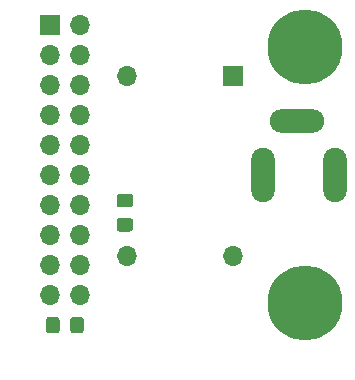
<source format=gbs>
G04 #@! TF.GenerationSoftware,KiCad,Pcbnew,(5.1.10)-1*
G04 #@! TF.CreationDate,2021-09-23T17:15:10-04:00*
G04 #@! TF.ProjectId,MINI360,4d494e49-3336-4302-9e6b-696361645f70,X1*
G04 #@! TF.SameCoordinates,Original*
G04 #@! TF.FileFunction,Soldermask,Bot*
G04 #@! TF.FilePolarity,Negative*
%FSLAX46Y46*%
G04 Gerber Fmt 4.6, Leading zero omitted, Abs format (unit mm)*
G04 Created by KiCad (PCBNEW (5.1.10)-1) date 2021-09-23 17:15:10*
%MOMM*%
%LPD*%
G01*
G04 APERTURE LIST*
%ADD10C,6.350000*%
%ADD11O,2.000000X4.600000*%
%ADD12O,4.600000X2.000000*%
%ADD13R,1.700000X1.700000*%
%ADD14O,1.700000X1.700000*%
G04 APERTURE END LIST*
G36*
G01*
X94799999Y-16815000D02*
X95700001Y-16815000D01*
G75*
G02*
X95950000Y-17064999I0J-249999D01*
G01*
X95950000Y-17715001D01*
G75*
G02*
X95700001Y-17965000I-249999J0D01*
G01*
X94799999Y-17965000D01*
G75*
G02*
X94550000Y-17715001I0J249999D01*
G01*
X94550000Y-17064999D01*
G75*
G02*
X94799999Y-16815000I249999J0D01*
G01*
G37*
G36*
G01*
X94799999Y-18865000D02*
X95700001Y-18865000D01*
G75*
G02*
X95950000Y-19114999I0J-249999D01*
G01*
X95950000Y-19765001D01*
G75*
G02*
X95700001Y-20015000I-249999J0D01*
G01*
X94799999Y-20015000D01*
G75*
G02*
X94550000Y-19765001I0J249999D01*
G01*
X94550000Y-19114999D01*
G75*
G02*
X94799999Y-18865000I249999J0D01*
G01*
G37*
D10*
X110490000Y-26035000D03*
X110490000Y-4348000D03*
G36*
G01*
X88570000Y-28390001D02*
X88570000Y-27489999D01*
G75*
G02*
X88819999Y-27240000I249999J0D01*
G01*
X89470001Y-27240000D01*
G75*
G02*
X89720000Y-27489999I0J-249999D01*
G01*
X89720000Y-28390001D01*
G75*
G02*
X89470001Y-28640000I-249999J0D01*
G01*
X88819999Y-28640000D01*
G75*
G02*
X88570000Y-28390001I0J249999D01*
G01*
G37*
G36*
G01*
X90620000Y-28390001D02*
X90620000Y-27489999D01*
G75*
G02*
X90869999Y-27240000I249999J0D01*
G01*
X91520001Y-27240000D01*
G75*
G02*
X91770000Y-27489999I0J-249999D01*
G01*
X91770000Y-28390001D01*
G75*
G02*
X91520001Y-28640000I-249999J0D01*
G01*
X90869999Y-28640000D01*
G75*
G02*
X90620000Y-28390001I0J249999D01*
G01*
G37*
D11*
X113030000Y-15240000D03*
X106930000Y-15240000D03*
D12*
X109830000Y-10640000D03*
D13*
X104410000Y-6815000D03*
D14*
X104410000Y-22115000D03*
X95410000Y-6815000D03*
X95410000Y-22115000D03*
D13*
X88900000Y-2540000D03*
D14*
X91440000Y-2540000D03*
X88900000Y-5080000D03*
X91440000Y-5080000D03*
X88900000Y-7620000D03*
X91440000Y-7620000D03*
X88900000Y-10160000D03*
X91440000Y-10160000D03*
X88900000Y-12700000D03*
X91440000Y-12700000D03*
X88900000Y-15240000D03*
X91440000Y-15240000D03*
X88900000Y-17780000D03*
X91440000Y-17780000D03*
X88900000Y-20320000D03*
X91440000Y-20320000D03*
X88900000Y-22860000D03*
X91440000Y-22860000D03*
X88900000Y-25400000D03*
X91440000Y-25400000D03*
M02*

</source>
